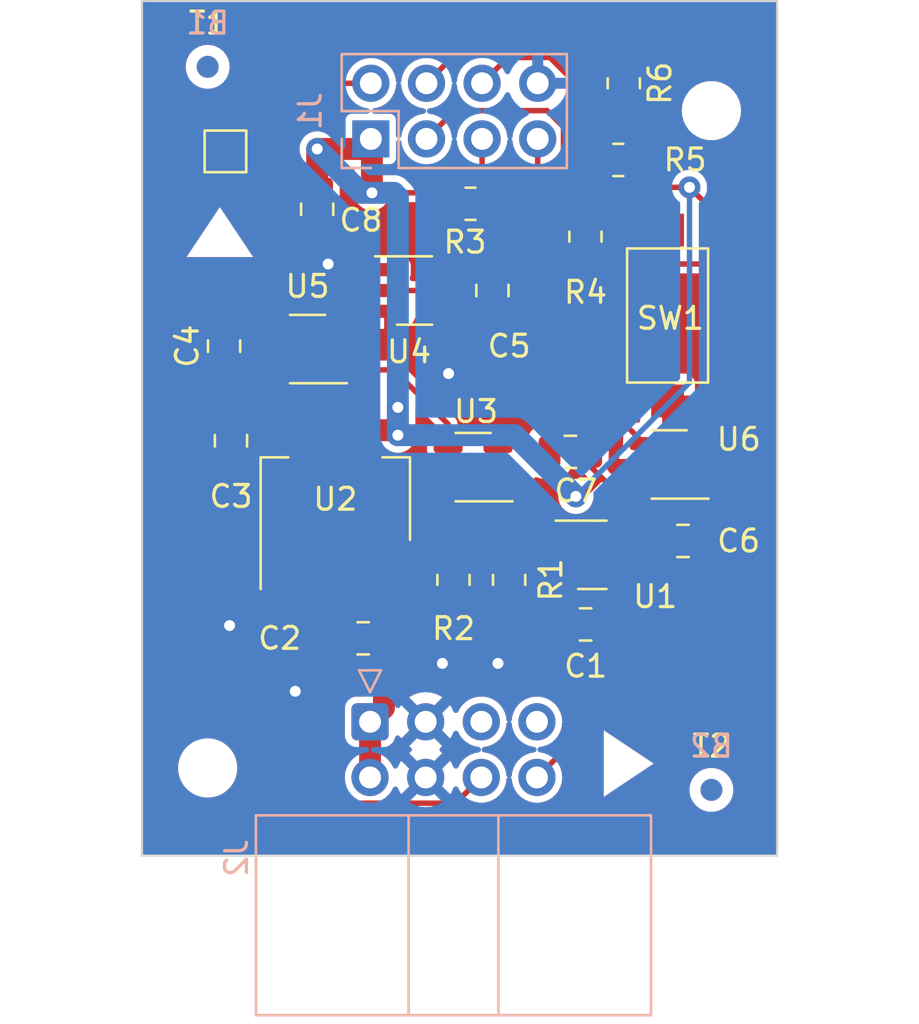
<source format=kicad_pcb>
(kicad_pcb (version 20221018) (generator pcbnew)
  (layers (0 "F.Cu" signal) (31 "B.Cu" signal) (34 "B.Paste" user) (35 "F.Paste" user) (36 "B.SilkS" user "B.Silkscreen") (37 "F.SilkS" user "F.Silkscreen") (38 "B.Mask" user) (39 "F.Mask" user) (44 "Edge.Cuts" user))
  (net 0 "")
  (net 1 "Net-(U1-REF)")
  (net 2 "GND")
  (net 3 "+5V")
  (net 4 "+3.3V")
  (net 5 "TX_ESP")
  (net 6 "Net-(J1-Pin_3)")
  (net 7 "Net-(J1-Pin_4)")
  (net 8 "Net-(J1-Pin_5)")
  (net 9 "Net-(J1-Pin_6)")
  (net 10 "RX_ESP")
  (net 12 "TX_C")
  (net 14 "RX_C")
  (net 15 "Net-(U1-K)")
  (net 17 "S_EN")
  (net 18 "RX_C_3.3")
  (footprint "Package_TO_SOT_SMD:SOT-223-3_TabPin2" (layer "F.Cu") (at 8.829 22.733 90)
    (fp_text reference "U2" (at 0 0 180) (layer "F.SilkS"))
    (fp_text value "AMS1117-3.3")
    (fp_line (start -4.1 -3.41) (end 1.91 -3.41) (stroke (width 0.12)) (layer "F.SilkS"))
    (fp_line (start -1.85 3.41) (end 1.91 3.41) (stroke (width 0.12)) (layer "F.SilkS"))
    (fp_line (start 1.91 -3.41) (end 1.91 -2.15) (stroke (width 0.12)) (layer "F.SilkS"))
    (fp_line (start 1.91 3.41) (end 1.91 2.15) (stroke (width 0.12)) (layer "F.SilkS"))
    (pad "1" smd rect (at -3.15 -2.3 90) (size 2 1.5) (layers "F.Cu" "F.Paste" "F.Mask") (net 2 "GND"))
    (pad "2" smd rect (at -3.15 0 90) (size 2 1.5) (layers "F.Cu" "F.Paste" "F.Mask") (net 4 "+3.3V"))
    (pad "2" smd rect (at 3.15 0 90) (size 2 3.8) (layers "F.Cu" "F.Paste" "F.Mask") (net 4 "+3.3V"))
    (pad "3" smd rect (at -3.15 2.3 90) (size 2 1.5) (layers "F.Cu" "F.Paste" "F.Mask") (net 3 "+5V"))
  )
  (footprint "Fiducial:Fiducial_1mm_Mask2mm" (layer "F.Cu") (at 26 36)
    (fp_text reference "T2" (at 0 -2) (layer "F.SilkS"))
    (fp_text value "Fiducial_1mm_Mask2mm")
    (pad "" smd circle (at 0 0) (size 1 1) (layers "F.Cu" "F.Mask") (clearance 0.5))
  )
  (footprint "Package_TO_SOT_SMD:SOT-23-5" (layer "F.Cu") (at 12.446 13.208)
    (fp_text reference "U4" (at -0.254 2.794 180) (layer "F.SilkS"))
    (fp_text value "SN74LVC1G126DBVR")
    (fp_line (start 0 -1.56) (end -1.8 -1.56) (stroke (width 0.12)) (layer "F.SilkS"))
    (fp_line (start 0 -1.56) (end 0.8 -1.56) (stroke (width 0.12)) (layer "F.SilkS"))
    (fp_line (start 0 1.56) (end -0.8 1.56) (stroke (width 0.12)) (layer "F.SilkS"))
    (fp_line (start 0 1.56) (end 0.8 1.56) (stroke (width 0.12)) (layer "F.SilkS"))
    (pad "1" smd roundrect (at -1.1375 -0.95) (size 1.325 0.6) (layers "F.Cu" "F.Paste" "F.Mask") (net 17 "S_EN"))
    (pad "2" smd roundrect (at -1.1375 0) (size 1.325 0.6) (layers "F.Cu" "F.Paste" "F.Mask") (net 5 "TX_ESP"))
    (pad "3" smd roundrect (at -1.1375 0.95) (size 1.325 0.6) (layers "F.Cu" "F.Paste" "F.Mask") (net 2 "GND"))
    (pad "4" smd roundrect (at 1.1375 0.95) (size 1.325 0.6) (layers "F.Cu" "F.Paste" "F.Mask") (net 18 "RX_C_3.3"))
    (pad "5" smd roundrect (at 1.1375 -0.95) (size 1.325 0.6) (layers "F.Cu" "F.Paste" "F.Mask") (net 4 "+3.3V"))
  )
  (footprint "Package_TO_SOT_SMD:SOT-23-6" (layer "F.Cu") (at 24.069 21.148 180)
    (fp_text reference "U6" (at -3.181 1.148) (layer "F.SilkS"))
    (fp_text value "SN74LVC1T45DBVR")
    (fp_line (start 0 -1.56) (end -1.8 -1.56) (stroke (width 0.12)) (layer "F.SilkS"))
    (fp_line (start 0 -1.56) (end 0.8 -1.56) (stroke (width 0.12)) (layer "F.SilkS"))
    (fp_line (start 0 1.56) (end -0.8 1.56) (stroke (width 0.12)) (layer "F.SilkS"))
    (fp_line (start 0 1.56) (end 0.8 1.56) (stroke (width 0.12)) (layer "F.SilkS"))
    (pad "1" smd roundrect (at -1.1375 -0.95 180) (size 1.325 0.6) (layers "F.Cu" "F.Paste" "F.Mask") (net 3 "+5V"))
    (pad "2" smd roundrect (at -1.1375 0 180) (size 1.325 0.6) (layers "F.Cu" "F.Paste" "F.Mask") (net 2 "GND"))
    (pad "3" smd roundrect (at -1.1375 0.95 180) (size 1.325 0.6) (layers "F.Cu" "F.Paste" "F.Mask") (net 14 "RX_C"))
    (pad "4" smd roundrect (at 1.1375 0.95 180) (size 1.325 0.6) (layers "F.Cu" "F.Paste" "F.Mask") (net 18 "RX_C_3.3"))
    (pad "5" smd roundrect (at 1.1375 0 180) (size 1.325 0.6) (layers "F.Cu" "F.Paste" "F.Mask") (net 2 "GND"))
    (pad "6" smd roundrect (at 1.1375 -0.95 180) (size 1.325 0.6) (layers "F.Cu" "F.Paste" "F.Mask") (net 4 "+3.3V"))
  )
  (footprint "Fiducial:Fiducial_1mm_Mask2mm" (layer "F.Cu") (at 3 3)
    (fp_text reference "T1" (at 0 -2) (layer "F.SilkS"))
    (fp_text value "Fiducial_1mm_Mask2mm")
    (pad "" smd circle (at 0 0) (size 1 1) (layers "F.Cu" "F.Mask") (clearance 0.5))
  )
  (footprint "Capacitor_SMD:C_0805_2012Metric" (layer "F.Cu") (at 8 9.5 -90)
    (fp_text reference "C8" (at 0.5 -2 -180) (layer "F.SilkS"))
    (fp_text value "10u")
    (fp_line (start -0.261252 -0.735) (end 0.261252 -0.735) (stroke (width 0.12)) (layer "F.SilkS"))
    (fp_line (start -0.261252 0.735) (end 0.261252 0.735) (stroke (width 0.12)) (layer "F.SilkS"))
    (pad "1" smd roundrect (at -0.95 0 270) (size 1 1.45) (layers "F.Cu" "F.Paste" "F.Mask") (net 4 "+3.3V"))
    (pad "2" smd roundrect (at 0.95 0 270) (size 1 1.45) (layers "F.Cu" "F.Paste" "F.Mask") (net 2 "GND"))
  )
  (footprint "Package_TO_SOT_SMD:SOT-23" (layer "F.Cu") (at 20.5615 25.273)
    (fp_text reference "U1" (at 2.8725 1.905) (layer "F.SilkS"))
    (fp_text value "TL431DBZ")
    (fp_line (start 0 -1.56) (end -1.675 -1.56) (stroke (width 0.12)) (layer "F.SilkS"))
    (fp_line (start 0 -1.56) (end 0.65 -1.56) (stroke (width 0.12)) (layer "F.SilkS"))
    (fp_line (start 0 1.56) (end -0.65 1.56) (stroke (width 0.12)) (layer "F.SilkS"))
    (fp_line (start 0 1.56) (end 0.65 1.56) (stroke (width 0.12)) (layer "F.SilkS"))
    (pad "1" smd roundrect (at -0.9375 -0.95) (size 1.475 0.6) (layers "F.Cu" "F.Paste" "F.Mask") (net 15 "Net-(U1-K)"))
    (pad "2" smd roundrect (at -0.9375 0.95) (size 1.475 0.6) (layers "F.Cu" "F.Paste" "F.Mask") (net 1 "Net-(U1-REF)"))
    (pad "3" smd roundrect (at 0.9375 0) (size 1.475 0.6) (layers "F.Cu" "F.Paste" "F.Mask") (net 2 "GND"))
  )
  (footprint "Capacitor_SMD:C_0805_2012Metric" (layer "F.Cu") (at 3.749 15.748 90)
    (fp_text reference "C4" (at 0 -1.68 90) (layer "F.SilkS"))
    (fp_text value "0.1u")
    (fp_line (start -0.261252 -0.735) (end 0.261252 -0.735) (stroke (width 0.12)) (layer "F.SilkS"))
    (fp_line (start -0.261252 0.735) (end 0.261252 0.735) (stroke (width 0.12)) (layer "F.SilkS"))
    (pad "1" smd roundrect (at -0.95 0 90) (size 1 1.45) (layers "F.Cu" "F.Paste" "F.Mask") (net 4 "+3.3V"))
    (pad "2" smd roundrect (at 0.95 0 90) (size 1 1.45) (layers "F.Cu" "F.Paste" "F.Mask") (net 2 "GND"))
  )
  (footprint "Capacitor_SMD:C_0805_2012Metric" (layer "F.Cu") (at 20.259 28.448)
    (fp_text reference "C1" (at 0 1.905) (layer "F.SilkS"))
    (fp_text value "10u")
    (fp_line (start -0.261252 -0.735) (end 0.261252 -0.735) (stroke (width 0.12)) (layer "F.SilkS"))
    (fp_line (start -0.261252 0.735) (end 0.261252 0.735) (stroke (width 0.12)) (layer "F.SilkS"))
    (pad "1" smd roundrect (at -0.95 0) (size 1 1.45) (layers "F.Cu" "F.Paste" "F.Mask") (net 1 "Net-(U1-REF)"))
    (pad "2" smd roundrect (at 0.95 0) (size 1 1.45) (layers "F.Cu" "F.Paste" "F.Mask") (net 2 "GND"))
  )
  (footprint "Package_TO_SOT_SMD:SOT-23-5" (layer "F.Cu") (at 7.559 15.8805 180)
    (fp_text reference "U5" (at 0 2.86 180) (layer "F.SilkS"))
    (fp_text value "SN74LVC1G126DBVR")
    (fp_line (start 0 -1.56) (end -1.8 -1.56) (stroke (width 0.12)) (layer "F.SilkS"))
    (fp_line (start 0 -1.56) (end 0.8 -1.56) (stroke (width 0.12)) (layer "F.SilkS"))
    (fp_line (start 0 1.56) (end -0.8 1.56) (stroke (width 0.12)) (layer "F.SilkS"))
    (fp_line (start 0 1.56) (end 0.8 1.56) (stroke (width 0.12)) (layer "F.SilkS"))
    (pad "1" smd roundrect (at -1.1375 -0.95 180) (size 1.325 0.6) (layers "F.Cu" "F.Paste" "F.Mask") (net 17 "S_EN"))
    (pad "2" smd roundrect (at -1.1375 0 180) (size 1.325 0.6) (layers "F.Cu" "F.Paste" "F.Mask") (net 12 "TX_C"))
    (pad "3" smd roundrect (at -1.1375 0.95 180) (size 1.325 0.6) (layers "F.Cu" "F.Paste" "F.Mask") (net 2 "GND"))
    (pad "4" smd roundrect (at 1.1375 0.95 180) (size 1.325 0.6) (layers "F.Cu" "F.Paste" "F.Mask") (net 10 "RX_ESP"))
    (pad "5" smd roundrect (at 1.1375 -0.95 180) (size 1.325 0.6) (layers "F.Cu" "F.Paste" "F.Mask") (net 4 "+3.3V"))
  )
  (footprint "MountingHole:MountingHole_2.2mm_M2" (layer "F.Cu") (at 26 5)
    (fp_text reference "REF**" hide)
    (fp_text value "MountingHole_2.2mm_M2")
    (pad "" np_thru_hole circle (at 0 0) (size 2.2 2.2) (drill 2.2) (layers "*.Cu" "*.Mask"))
  )
  (footprint "Capacitor_SMD:C_0805_2012Metric" (layer "F.Cu") (at 16.002 13.208 -90)
    (fp_text reference "C5" (at 2.54 -0.762 -180) (layer "F.SilkS"))
    (fp_text value "0.1u")
    (fp_line (start -0.261252 -0.735) (end 0.261252 -0.735) (stroke (width 0.12)) (layer "F.SilkS"))
    (fp_line (start -0.261252 0.735) (end 0.261252 0.735) (stroke (width 0.12)) (layer "F.SilkS"))
    (pad "1" smd roundrect (at -0.95 0 270) (size 1 1.45) (layers "F.Cu" "F.Paste" "F.Mask") (net 4 "+3.3V"))
    (pad "2" smd roundrect (at 0.95 0 270) (size 1 1.45) (layers "F.Cu" "F.Paste" "F.Mask") (net 2 "GND"))
  )
  (footprint "MountingHole:MountingHole_2.2mm_M2" (layer "F.Cu") (at 3 35)
    (fp_text reference "REF**" hide)
    (fp_text value "MountingHole_2.2mm_M2")
    (pad "" np_thru_hole circle (at 0 0) (size 2.2 2.2) (drill 2.2) (layers "*.Cu" "*.Mask"))
  )
  (footprint "Capacitor_SMD:C_0805_2012Metric" (layer "F.Cu") (at 10.099 29.083 180)
    (fp_text reference "C2" (at 3.81 0) (layer "F.SilkS"))
    (fp_text value "10u")
    (fp_line (start -0.261252 -0.735) (end 0.261252 -0.735) (stroke (width 0.12)) (layer "F.SilkS"))
    (fp_line (start -0.261252 0.735) (end 0.261252 0.735) (stroke (width 0.12)) (layer "F.SilkS"))
    (pad "1" smd roundrect (at -0.95 0 180) (size 1 1.45) (layers "F.Cu" "F.Paste" "F.Mask") (net 3 "+5V"))
    (pad "2" smd roundrect (at 0.95 0 180) (size 1 1.45) (layers "F.Cu" "F.Paste" "F.Mask") (net 2 "GND"))
  )
  (footprint "Resistor_SMD:R_0805_2012Metric" (layer "F.Cu") (at 14.224 26.416 90)
    (fp_text reference "R2" (at -2.225 0) (layer "F.SilkS"))
    (fp_text value "5k")
    (fp_line (start -0.227064 -0.735) (end 0.227064 -0.735) (stroke (width 0.12)) (layer "F.SilkS"))
    (fp_line (start -0.227064 0.735) (end 0.227064 0.735) (stroke (width 0.12)) (layer "F.SilkS"))
    (pad "1" smd roundrect (at -0.9125 0 90) (size 1.025 1.4) (layers "F.Cu" "F.Paste" "F.Mask") (roundrect_rratio 0.243902439) (net 3 "+5V"))
    (pad "2" smd roundrect (at 0.9125 0 90) (size 1.025 1.4) (layers "F.Cu" "F.Paste" "F.Mask") (roundrect_rratio 0.243902439) (net 15 "Net-(U1-K)"))
  )
  (footprint "Capacitor_SMD:C_0805_2012Metric" (layer "F.Cu") (at 19.558 20.574 180)
    (fp_text reference "C7" (at -0.254 -1.778 180) (layer "F.SilkS"))
    (fp_text value "0.1u")
    (fp_line (start -0.261252 -0.735) (end 0.261252 -0.735) (stroke (width 0.12)) (layer "F.SilkS"))
    (fp_line (start -0.261252 0.735) (end 0.261252 0.735) (stroke (width 0.12)) (layer "F.SilkS"))
    (pad "1" smd roundrect (at -0.95 0 180) (size 1 1.45) (layers "F.Cu" "F.Paste" "F.Mask") (net 4 "+3.3V"))
    (pad "2" smd roundrect (at 0.95 0 180) (size 1 1.45) (layers "F.Cu" "F.Paste" "F.Mask") (net 2 "GND"))
  )
  (footprint "Resistor_SMD:R_0805_2012Metric" (layer "F.Cu") (at 22 3.75 -90)
    (fp_text reference "R6" (at 0 -1.65 90) (layer "F.SilkS"))
    (fp_text value "10k")
    (fp_line (start -0.227064 -0.735) (end 0.227064 -0.735) (stroke (width 0.12)) (layer "F.SilkS"))
    (fp_line (start -0.227064 0.735) (end 0.227064 0.735) (stroke (width 0.12)) (layer "F.SilkS"))
    (pad "1" smd roundrect (at -0.9125 0 270) (size 1.025 1.4) (layers "F.Cu" "F.Paste" "F.Mask") (roundrect_rratio 0.243902439) (net 7 "Net-(J1-Pin_4)"))
    (pad "2" smd roundrect (at 0.9125 0 270) (size 1.025 1.4) (layers "F.Cu" "F.Paste" "F.Mask") (roundrect_rratio 0.243902439) (net 4 "+3.3V"))
  )
  (footprint "Resistor_SMD:R_0805_2012Metric" (layer "F.Cu") (at 20.25 10.75 90)
    (fp_text reference "R4" (at -2.54 0) (layer "F.SilkS"))
    (fp_text value "10k")
    (fp_line (start -0.227064 -0.735) (end 0.227064 -0.735) (stroke (width 0.12)) (layer "F.SilkS"))
    (fp_line (start -0.227064 0.735) (end 0.227064 0.735) (stroke (width 0.12)) (layer "F.SilkS"))
    (pad "1" smd roundrect (at -0.9125 0 90) (size 1.025 1.4) (layers "F.Cu" "F.Paste" "F.Mask") (roundrect_rratio 0.243902439) (net 4 "+3.3V"))
    (pad "2" smd roundrect (at 0.9125 0 90) (size 1.025 1.4) (layers "F.Cu" "F.Paste" "F.Mask") (roundrect_rratio 0.243902439) (net 6 "Net-(J1-Pin_3)"))
  )
  (footprint "Resistor_SMD:R_0805_2012Metric" (layer "F.Cu") (at 21.75 7.25)
    (fp_text reference "R5" (at 3.048 0) (layer "F.SilkS"))
    (fp_text value "10k")
    (fp_line (start -0.227064 -0.735) (end 0.227064 -0.735) (stroke (width 0.12)) (layer "F.SilkS"))
    (fp_line (start -0.227064 0.735) (end 0.227064 0.735) (stroke (width 0.12)) (layer "F.SilkS"))
    (pad "1" smd roundrect (at -0.9125 0) (size 1.025 1.4) (layers "F.Cu" "F.Paste" "F.Mask") (roundrect_rratio 0.243902439) (net 9 "Net-(J1-Pin_6)"))
    (pad "2" smd roundrect (at 0.9125 0) (size 1.025 1.4) (layers "F.Cu" "F.Paste" "F.Mask") (roundrect_rratio 0.243902439) (net 4 "+3.3V"))
  )
  (footprint "Capacitor_SMD:C_0805_2012Metric" (layer "F.Cu") (at 24.704 24.638 180)
    (fp_text reference "C6" (at -2.54 0 180) (layer "F.SilkS"))
    (fp_text value "0.1u")
    (fp_line (start -0.261252 -0.735) (end 0.261252 -0.735) (stroke (width 0.12)) (layer "F.SilkS"))
    (fp_line (start -0.261252 0.735) (end 0.261252 0.735) (stroke (width 0.12)) (layer "F.SilkS"))
    (pad "1" smd roundrect (at -0.95 0 180) (size 1 1.45) (layers "F.Cu" "F.Paste" "F.Mask") (net 3 "+5V"))
    (pad "2" smd roundrect (at 0.95 0 180) (size 1 1.45) (layers "F.Cu" "F.Paste" "F.Mask") (net 2 "GND"))
  )
  (footprint "Button_Switch_SMD:SW_SPST_CK_RS282G05A3" (layer "F.Cu") (at 24 14.35 90)
    (fp_text reference "SW1" (at -0.127 0.127) (layer "F.SilkS"))
    (fp_text value "RESET")
    (fp_line (start -3.06 -1.85) (end 3.06 -1.85) (stroke (width 0.12)) (layer "F.SilkS"))
    (fp_line (start -3.06 1.85) (end -3.06 -1.85) (stroke (width 0.12)) (layer "F.SilkS"))
    (fp_line (start 3.06 -1.85) (end 3.06 1.85) (stroke (width 0.12)) (layer "F.SilkS"))
    (fp_line (start 3.06 1.85) (end -3.06 1.85) (stroke (width 0.12)) (layer "F.SilkS"))
    (pad "1" smd rect (at -3.9 0 90) (size 1.5 1.5) (layers "F.Cu" "F.Paste" "F.Mask") (net 2 "GND"))
    (pad "2" smd rect (at 3.9 0 90) (size 1.5 1.5) (layers "F.Cu" "F.Paste" "F.Mask") (net 6 "Net-(J1-Pin_3)"))
  )
  (footprint "Resistor_SMD:R_0805_2012Metric" (layer "F.Cu") (at 15 9.25)
    (fp_text reference "R3" (at -0.25 1.75) (layer "F.SilkS"))
    (fp_text value "10k")
    (fp_line (start -0.227064 -0.735) (end 0.227064 -0.735) (stroke (width 0.12)) (layer "F.SilkS"))
    (fp_line (start -0.227064 0.735) (end 0.227064 0.735) (stroke (width 0.12)) (layer "F.SilkS"))
    (pad "1" smd roundrect (at -0.9125 0) (size 1.025 1.4) (layers "F.Cu" "F.Paste" "F.Mask") (roundrect_rratio 0.243902439) (net 4 "+3.3V"))
    (pad "2" smd roundrect (at 0.9125 0) (size 1.025 1.4) (layers "F.Cu" "F.Paste" "F.Mask") (roundrect_rratio 0.243902439) (net 8 "Net-(J1-Pin_5)"))
  )
  (footprint "Resistor_SMD:R_0805_2012Metric" (layer "F.Cu") (at 16.764 26.416 90)
    (fp_text reference "R1" (at 0 1.905 90) (layer "F.SilkS"))
    (fp_text value "300k")
    (fp_line (start -0.227064 -0.735) (end 0.227064 -0.735) (stroke (width 0.12)) (layer "F.SilkS"))
    (fp_line (start -0.227064 0.735) (end 0.227064 0.735) (stroke (width 0.12)) (layer "F.SilkS"))
    (pad "1" smd roundrect (at -0.9125 0 90) (size 1.025 1.4) (layers "F.Cu" "F.Paste" "F.Mask") (roundrect_rratio 0.243902439) (net 3 "+5V"))
    (pad "2" smd roundrect (at 0.9125 0 90) (size 1.025 1.4) (layers "F.Cu" "F.Paste" "F.Mask") (roundrect_rratio 0.243902439) (net 1 "Net-(U1-REF)"))
  )
  (footprint "TestPoint:TestPoint_Pad_1.5x1.5mm" (layer "F.Cu") (at 3.81 6.858)
    (fp_text reference "REF**" hide)
    (fp_text value "TestPoint_Pad_1.5x1.5mm")
    (fp_line (start -0.95 -0.95) (end 0.95 -0.95) (stroke (width 0.12)) (layer "F.SilkS"))
    (fp_line (start -0.95 0.95) (end -0.95 -0.95) (stroke (width 0.12)) (layer "F.SilkS"))
    (fp_line (start 0.95 -0.95) (end 0.95 0.95) (stroke (width 0.12)) (layer "F.SilkS"))
    (fp_line (start 0.95 0.95) (end -0.95 0.95) (stroke (width 0.12)) (layer "F.SilkS"))
    (pad "1" smd rect (at 0 0) (size 1.5 1.5) (layers "F.Cu" "F.Mask") (net 2 "GND"))
  )
  (footprint "Capacitor_SMD:C_0805_2012Metric" (layer "F.Cu") (at 4.064 20.066 -90)
    (fp_text reference "C3" (at 2.54 0) (layer "F.SilkS"))
    (fp_text value "10u")
    (fp_line (start -0.261252 -0.735) (end 0.261252 -0.735) (stroke (width 0.12)) (layer "F.SilkS"))
    (fp_line (start -0.261252 0.735) (end 0.261252 0.735) (stroke (width 0.12)) (layer "F.SilkS"))
    (pad "1" smd roundrect (at -0.95 0 270) (size 1 1.45) (layers "F.Cu" "F.Paste" "F.Mask") (net 4 "+3.3V"))
    (pad "2" smd roundrect (at 0.95 0 270) (size 1 1.45) (layers "F.Cu" "F.Paste" "F.Mask") (net 2 "GND"))
  )
  (footprint "Package_TO_SOT_SMD:SOT-23-5" (layer "F.Cu") (at 15.1185 21.27 180)
    (fp_text reference "U3" (at -0.1325 2.54) (layer "F.SilkS"))
    (fp_text value "SN74AHC1G04DBVR")
    (fp_line (start 0 -1.56) (end -1.8 -1.56) (stroke (width 0.12)) (layer "F.SilkS"))
    (fp_line (start 0 -1.56) (end 0.8 -1.56) (stroke (width 0.12)) (layer "F.SilkS"))
    (fp_line (start 0 1.56) (end -0.8 1.56) (stroke (width 0.12)) (layer "F.SilkS"))
    (fp_line (start 0 1.56) (end 0.8 1.56) (stroke (width 0.12)) (layer "F.SilkS"))
    (pad "1" smd roundrect (at -1.1375 -0.95 180) (size 1.325 0.6) (layers "F.Cu" "F.Paste" "F.Mask"))
    (pad "2" smd roundrect (at -1.1375 0 180) (size 1.325 0.6) (layers "F.Cu" "F.Paste" "F.Mask") (net 15 "Net-(U1-K)"))
    (pad "3" smd roundrect (at -1.1375 0.95 180) (size 1.325 0.6) (layers "F.Cu" "F.Paste" "F.Mask") (net 2 "GND"))
    (pad "4" smd roundrect (at 1.1375 0.95 180) (size 1.325 0.6) (layers "F.Cu" "F.Paste" "F.Mask") (net 17 "S_EN"))
    (pad "5" smd roundrect (at 1.1375 -0.95 180) (size 1.325 0.6) (layers "F.Cu" "F.Paste" "F.Mask") (net 3 "+5V"))
  )
  (footprint "Fiducial:Fiducial_1mm_Mask2mm" (layer "B.Cu") (at 3 3 180)
    (fp_text reference "B1" (at 0 2) (layer "B.SilkS") (effects (justify mirror)))
    (fp_text value "Fiducial_1mm_Mask2mm")
    (pad "" smd circle (at 0 0 180) (size 1 1) (layers "B.Cu" "B.Mask") (clearance 0.5))
  )
  (footprint "Fiducial:Fiducial_1mm_Mask2mm" (layer "B.Cu") (at 26 36 180)
    (fp_text reference "B2" (at 0 2) (layer "B.SilkS") (effects (justify mirror)))
    (fp_text value "Fiducial_1mm_Mask2mm")
    (pad "" smd circle (at 0 0 180) (size 1 1) (layers "B.Cu" "B.Mask") (clearance 0.5))
  )
  (footprint "Connector_IDC:IDC-Header_2x04_P2.54mm_Horizontal" (layer "B.Cu") (at 10.414 32.893 -90)
    (fp_text reference "J2" (at 6.215 6.1 90) (layer "B.SilkS") (effects (justify mirror)))
    (fp_text value "CTRL")
    (fp_line (start -2.35 -0.5) (end -1.35 0) (stroke (width 0.12)) (layer "B.SilkS"))
    (fp_line (start -2.35 0.5) (end -2.35 -0.5) (stroke (width 0.12)) (layer "B.SilkS"))
    (fp_line (start -1.35 0) (end -2.35 0.5) (stroke (width 0.12)) (layer "B.SilkS"))
    (fp_line (start 4.27 -12.83) (end 4.27 5.21) (stroke (width 0.12)) (layer "B.SilkS"))
    (fp_line (start 4.27 -5.86) (end 13.39 -5.86) (stroke (width 0.12)) (layer "B.SilkS"))
    (fp_line (start 4.27 -1.76) (end 13.39 -1.76) (stroke (width 0.12)) (layer "B.SilkS"))
    (fp_line (start 4.27 5.21) (end 13.39 5.21) (stroke (width 0.12)) (layer "B.SilkS"))
    (fp_line (start 13.39 -12.83) (end 4.27 -12.83) (stroke (width 0.12)) (layer "B.SilkS"))
    (fp_line (start 13.39 5.21) (end 13.39 -12.83) (stroke (width 0.12)) (layer "B.SilkS"))
    (pad "1" thru_hole roundrect (at 0 0 270) (size 1.7 1.7) (drill 1) (layers "*.Cu" "*.Mask") (roundrect_rratio 0.1470588235) (net 3 "+5V"))
    (pad "2" thru_hole circle (at 2.54 0 270) (size 1.7 1.7) (drill 1) (layers "*.Cu" "*.Mask") (net 3 "+5V"))
    (pad "3" thru_hole circle (at 0 -2.54 270) (size 1.7 1.7) (drill 1) (layers "*.Cu" "*.Mask") (net 2 "GND"))
    (pad "4" thru_hole circle (at 2.54 -2.54 270) (size 1.7 1.7) (drill 1) (layers "*.Cu" "*.Mask") (net 2 "GND"))
    (pad "5" thru_hole circle (at 0 -5.08 270) (size 1.7 1.7) (drill 1) (layers "*.Cu" "*.Mask"))
    (pad "6" thru_hole circle (at 2.54 -5.08 270) (size 1.7 1.7) (drill 1) (layers "*.Cu" "*.Mask") (net 12 "TX_C"))
    (pad "7" thru_hole circle (at 0 -7.62 270) (size 1.7 1.7) (drill 1) (layers "*.Cu" "*.Mask"))
    (pad "8" thru_hole circle (at 2.54 -7.62 270) (size 1.7 1.7) (drill 1) (layers "*.Cu" "*.Mask") (net 14 "RX_C"))
  )
  (footprint "Connector_PinSocket_2.54mm:PinSocket_2x04_P2.54mm_Vertical" (layer "B.Cu") (at 10.45 6.29 -90)
    (fp_text reference "J1" (at -1.27 2.77 90) (layer "B.SilkS") (effects (justify mirror)))
    (fp_text value "ESP")
    (fp_line (start -3.87 -8.95) (end 1.33 -8.95) (stroke (width 0.12)) (layer "B.SilkS"))
    (fp_line (start -3.87 1.33) (end -3.87 -8.95) (stroke (width 0.12)) (layer "B.SilkS"))
    (fp_line (start -3.87 1.33) (end -1.27 1.33) (stroke (width 0.12)) (layer "B.SilkS"))
    (fp_line (start -1.27 -1.27) (end 1.33 -1.27) (stroke (width 0.12)) (layer "B.SilkS"))
    (fp_line (start -1.27 1.33) (end -1.27 -1.27) (stroke (width 0.12)) (layer "B.SilkS"))
    (fp_line (start 0 1.33) (end 1.33 1.33) (stroke (width 0.12)) (layer "B.SilkS"))
    (fp_line (start 1.33 -1.27) (end 1.33 -8.95) (stroke (width 0.12)) (layer "B.SilkS"))
    (fp_line (start 1.33 1.33) (end 1.33 0) (stroke (width 0.12)) (layer "B.SilkS"))
    (pad "1" thru_hole rect (at 0 0 270) (size 1.7 1.7) (drill 1) (layers "*.Cu" "*.Mask") (net 4 "+3.3V"))
    (pad "2" thru_hole oval (at -2.54 0 270) (size 1.7 1.7) (drill 1) (layers "*.Cu" "*.Mask") (net 10 "RX_ESP"))
    (pad "3" thru_hole oval (at 0 -2.54 270) (size 1.7 1.7) (drill 1) (layers "*.Cu" "*.Mask") (net 6 "Net-(J1-Pin_3)"))
    (pad "4" thru_hole oval (at -2.54 -2.54 270) (size 1.7 1.7) (drill 1) (layers "*.Cu" "*.Mask") (net 7 "Net-(J1-Pin_4)"))
    (pad "5" thru_hole oval (at 0 -5.08 270) (size 1.7 1.7) (drill 1) (layers "*.Cu" "*.Mask") (net 8 "Net-(J1-Pin_5)"))
    (pad "6" thru_hole oval (at -2.54 -5.08 270) (size 1.7 1.7) (drill 1) (layers "*.Cu" "*.Mask") (net 9 "Net-(J1-Pin_6)"))
    (pad "7" thru_hole oval (at 0 -7.62 270) (size 1.7 1.7) (drill 1) (layers "*.Cu" "*.Mask") (net 5 "TX_ESP"))
    (pad "8" thru_hole oval (at -2.54 -7.62 270) (size 1.7 1.7) (drill 1) (layers "*.Cu" "*.Mask") (net 2 "GND"))
  )
  (gr_line (start 0 0) (end 29 0) (stroke (width 0.1)) (layer "Edge.Cuts"))
  (gr_line (start 0 39) (end 0 0) (stroke (width 0.1)) (layer "Edge.Cuts"))
  (gr_line (start 29 39) (end 0 39) (stroke (width 0.1)) (layer "Edge.Cuts"))
  (gr_line (start 29 0) (end 29 39) (stroke (width 0.1)) (layer "Edge.Cuts"))
  (segment (start 19.624 28.133) (end 19.309 28.448) (width 0.25) (layer "F.Cu") (net 1))
  (segment (start 16.764 25.5035) (end 18.9045 25.5035) (width 0.25) (layer "F.Cu") (net 1))
  (segment (start 19.624 26.223) (end 19.624 28.133) (width 0.25) (layer "F.Cu") (net 1))
  (segment (start 18.9045 25.5035) (end 19.624 26.223) (width 0.25) (layer "F.Cu") (net 1))
  (segment (start 24.13 21.148) (end 25.2065 21.148) (width 0.25) (layer "F.Cu") (net 2))
  (segment (start 22.9315 21.148) (end 24.13 21.148) (width 0.25) (layer "F.Cu") (net 2))
  (via (at 13.716 30.226) (size 1) (drill 0.5) (layers "F.Cu" "B.Cu") (net 2))
  (via (at 16.256 30.226) (size 1) (drill 0.5) (layers "F.Cu" "B.Cu") (net 2))
  (via (at 14 17) (size 1) (drill 0.5) (layers "F.Cu" "B.Cu") (net 2))
  (via (at 4 28.5) (size 1) (drill 0.5) (layers "F.Cu" "B.Cu") (net 2))
  (via (at 8.5 12) (size 1) (drill 0.5) (layers "F.Cu" "B.Cu") (net 2))
  (via (at 7 31.5) (size 1) (drill 0.5) (layers "F.Cu" "B.Cu") (net 2))
  (segment (start 20.134 27.734827) (end 20.134 29.161173) (width 0.25) (layer "F.Cu") (net 3))
  (segment (start 14.224 27.3285) (end 13.341 27.3285) (width 0.25) (layer "F.Cu") (net 3))
  (segment (start 10.414 35.433) (end 10.414 32.893) (width 1) (layer "F.Cu") (net 3))
  (segment (start 11.049 32.258) (end 10.414 32.893) (width 1) (layer "F.Cu") (net 3))
  (segment (start 21.994749 23.368) (end 25.2065 23.368) (width 0.25) (layer "F.Cu") (net 3))
  (segment (start 25.2065 22.098) (end 25.2065 23.368) (width 0.25) (layer "F.Cu") (net 3))
  (segment (start 25.2065 24.1905) (end 25.654 24.638) (width 0.25) (layer "F.Cu") (net 3))
  (segment (start 19.797173 29.498) (end 18.820827 29.498) (width 0.25) (layer "F.Cu") (net 3))
  (segment (start 11.129 25.883) (end 11.8955 25.883) (width 0.25) (layer "F.Cu") (net 3))
  (segment (start 25.2065 23.368) (end 25.2065 24.1905) (width 0.25) (layer "F.Cu") (net 3))
  (segment (start 11.049 29.083) (end 11.049 25.963) (width 1) (layer "F.Cu") (net 3))
  (segment (start 20.333249 25.0295) (end 20.333249 25.522998) (width 0.25) (layer "F.Cu") (net 3))
  (segment (start 18.820827 29.498) (end 16.764 27.441173) (width 0.25) (layer "F.Cu") (net 3))
  (segment (start 13.341 27.3285) (end 11.8955 25.883) (width 0.25) (layer "F.Cu") (net 3))
  (segment (start 11.049 29.083) (end 11.049 32.258) (width 1) (layer "F.Cu") (net 3))
  (segment (start 20.333249 25.522998) (end 20.6865 25.876249) (width 0.25) (layer "F.Cu") (net 3))
  (segment (start 14.224 27.3285) (end 16.764 27.3285) (width 0.25) (layer "F.Cu") (net 3))
  (segment (start 11.049 25.963) (end 11.129 25.883) (width 1) (layer "F.Cu") (net 3))
  (segment (start 11.8955 25.883) (end 13.981 23.7975) (width 0.25) (layer "F.Cu") (net 3))
  (segment (start 20.6865 25.876249) (end 20.6865 27.182327) (width 0.25) (layer "F.Cu") (net 3))
  (segment (start 20.134 29.161173) (end 19.797173 29.498) (width 0.25) (layer "F.Cu") (net 3))
  (segment (start 20.333249 25.0295) (end 21.994749 23.368) (width 0.25) (layer "F.Cu") (net 3))
  (segment (start 13.981 22.22) (end 13.981 23.7975) (width 0.25) (layer "F.Cu") (net 3))
  (segment (start 16.764 27.441173) (end 16.764 27.3285) (width 0.25) (layer "F.Cu") (net 3))
  (segment (start 20.6865 27.182327) (end 20.134 27.734827) (width 0.25) (layer "F.Cu") (net 3))
  (segment (start 4.13 19.05) (end 8.296 19.05) (width 0.25) (layer "F.Cu") (net 4))
  (segment (start 22.6625 6.5) (end 22.6625 5.325) (width 0.25) (layer "F.Cu") (net 4))
  (segment (start 20.508 21.27) (end 20.994 21.756) (width 0.25) (layer "F.Cu") (net 4))
  (segment (start 8 6.75) (end 9.99 6.75) (width 1) (layer "F.Cu") (net 4))
  (segment (start 21.336 22.098) (end 22.9315 22.098) (width 0.25) (layer "F.Cu") (net 4))
  (segment (start 11.684 19.812) (end 11.684 18.542) (width 1) (layer "F.Cu") (net 4))
  (segment (start 7.75 7) (end 8 6.75) (width 0.25) (layer "F.Cu") (net 4))
  (segment (start 23.75 8.5) (end 22.6625 7.4125) (width 0.25) (layer "F.Cu") (net 4))
  (segment (start 19.812 22.606) (end 20.144 22.606) (width 0.25) (layer "F.Cu") (net 4))
  (segment (start 14.0875 9.25) (end 14.0875 11.754) (width 0.25) (layer "F.Cu") (net 4))
  (segment (start 20.144 22.606) (end 20.994 21.756) (width 0.25) (layer "F.Cu") (net 4))
  (segment (start 16.002 12.258) (end 13.5835 12.258) (width 0.25) (layer "F.Cu") (net 4))
  (segment (start 20.5875 12) (end 26 12) (width 0.25) (layer "F.Cu") (net 4))
  (segment (start 26 9.5) (end 25 8.5) (width 0.25) (layer "F.Cu") (net 4))
  (segment (start 22.6625 7.4125) (end 22.6625 6.5) (width 0.25) (layer "F.Cu") (net 4))
  (segment (start 10.5 6.34) (end 10.45 6.29) (width 1) (layer "F.Cu") (net 4))
  (segment (start 20.25 11.6625) (end 20.5875 12) (width 0.25) (layer "F.Cu") (net 4))
  (segment (start 8.296 19.05) (end 8.829 19.583) (width 0.25) (layer "F.Cu") (net 4))
  (segment (start 10.5 8.75) (end 10.5 6.34) (width 1) (layer "F.Cu") (net 4))
  (segment (start 20.508 20.574) (end 20.508 21.27) (width 0.25) (layer "F.Cu") (net 4))
  (segment (start 10.5 8.75) (end 13.5875 8.75) (width 0.25) (layer "F.Cu") (net 4))
  (segment (start 25 8.5) (end 23.75 8.5) (width 0.25) (layer "F.Cu") (net 4))
  (segment (start 13.5875 8.75) (end 14.0875 9.25) (width 0.25) (layer "F.Cu") (net 4))
  (segment (start 10.75 9) (end 10.5 8.75) (width 0.25) (layer "F.Cu") (net 4))
  (segment (start 3.749 16.698) (end 6.289 16.698) (width 0.25) (layer "F.Cu") (net 4))
  (segment (start 8.829 19.238) (end 6.4215 16.8305) (width 0.25) (layer "F.Cu") (net 4))
  (segment (start 8 6.75) (end 8 8.55) (width 1) (layer "F.Cu") (net 4))
  (segment (start 11.455 19.583) (end 11.684 19.812) (width 1) (layer "F.Cu") (net 4))
  (segment (start 20.994 21.756) (end 21.336 22.098) (width 0.25) (layer "F.Cu") (net 4))
  (segment (start 22.6625 5.325) (end 22 4.6625) (width 0.25) (layer "F.Cu") (net 4))
  (segment (start 14.0875 11.754) (end 13.5835 12.258) (width 0.25) (layer "F.Cu") (net 4))
  (segment (start 8.829 19.583) (end 11.455 19.583) (width 1) (layer "F.Cu") (net 4))
  (segment (start 26 12) (end 26 9.5) (width 0.25) (layer "F.Cu") (net 4))
  (segment (start 13.5835 12.258) (end 13.5835 12.0705) (width 0.25) (layer "F.Cu") (net 4))
  (segment (start 9.99 6.75) (end 10.45 6.29) (width 1) (layer "F.Cu") (net 4))
  (segment (start 8.829 19.583) (end 8.829 19.238) (width 0.25) (layer "F.Cu") (net 4))
  (segment (start 4.064 17.013) (end 3.749 16.698) (width 0.25) (layer "F.Cu") (net 4))
  (segment (start 6.289 16.698) (end 6.4215 16.8305) (width 0.25) (layer "F.Cu") (net 4))
  (segment (start 4.064 19.116) (end 4.13 19.05) (width 0.25) (layer "F.Cu") (net 4))
  (via (at 11.684 19.812) (size 1) (drill 0.5) (layers "F.Cu" "B.Cu") (net 4))
  (via (at 10.5 8.75) (size 1) (drill 0.5) (layers "F.Cu" "B.Cu") (net 4))
  (via (at 8 6.75) (size 1) (drill 0.5) (layers "F.Cu" "B.Cu") (net 4))
  (via (at 19.812 22.606) (size 1) (drill 0.5) (layers "F.Cu" "B.Cu") (net 4))
  (via (at 25 8.5) (size 1) (drill 0.5) (layers "F.Cu" "B.Cu") (net 4))
  (via (at 11.684 18.542) (size 1) (drill 0.5) (layers "F.Cu" "B.Cu") (net 4))
  (segment (start 25 17.418) (end 25 8.5) (width 0.25) (layer "B.Cu") (net 4))
  (segment (start 11.684 19.812) (end 17.018 19.812) (width 1) (layer "B.Cu") (net 4))
  (segment (start 10.5 8.75) (end 10 8.75) (width 1) (layer "B.Cu") (net 4))
  (segment (start 11.684 8.934) (end 11.5 8.75) (width 1) (layer "B.Cu") (net 4))
  (segment (start 17.018 19.812) (end 19.812 22.606) (width 1) (layer "B.Cu") (net 4))
  (segment (start 11.684 19.812) (end 11.684 8.934) (width 1) (layer "B.Cu") (net 4))
  (segment (start 10 8.75) (end 8 6.75) (width 1) (layer "B.Cu") (net 4))
  (segment (start 19.812 22.606) (end 25 17.418) (width 0.25) (layer "B.Cu") (net 4))
  (segment (start 11.5 8.75) (end 10.5 8.75) (width 1) (layer "B.Cu") (net 4))
  (segment (start 10.5 6.34) (end 10.45 6.29) (width 1) (layer "B.Cu") (net 4))
  (segment (start 16.590173 13.208) (end 18.07 11.728173) (width 0.25) (layer "F.Cu") (net 5))
  (segment (start 11.3085 13.208) (end 16.590173 13.208) (width 0.25) (layer "F.Cu") (net 5))
  (segment (start 18.07 11.728173) (end 18.07 6.29) (width 0.25) (layer "F.Cu") (net 5))
  (segment (start 11.3085 13.208) (end 10.924249 13.208) (width 0.25) (layer "F.Cu") (net 5))
  (segment (start 19.245 5.745) (end 19.245 8.8325) (width 0.25) (layer "F.Cu") (net 6))
  (segment (start 20.8625 10.45) (end 24 10.45) (width 0.25) (layer "F.Cu") (net 6))
  (segment (start 19.245 8.8325) (end 20.25 9.8375) (width 0.25) (layer "F.Cu") (net 6))
  (segment (start 14.28 5) (end 18.5 5) (width 0.25) (layer "F.Cu") (net 6))
  (segment (start 20.25 9.8375) (end 20.8625 10.45) (width 0.25) (layer "F.Cu") (net 6))
  (segment (start 18.5 5) (end 19.245 5.745) (width 0.25) (layer "F.Cu") (net 6))
  (segment (start 12.99 6.29) (end 14.28 5) (width 0.25) (layer "F.Cu") (net 6))
  (segment (start 21.25 2.8375) (end 20.4125 2) (width 0.25) (layer "F.Cu") (net 7))
  (segment (start 20.4125 2) (end 14.74 2) (width 0.25) (layer "F.Cu") (net 7))
  (segment (start 14.74 2) (end 12.99 3.75) (width 0.25) (layer "F.Cu") (net 7))
  (segment (start 15.9125 9.25) (end 15.53 8.8675) (width 0.25) (layer "F.Cu") (net 8))
  (segment (start 15.53 8.8675) (end 15.53 6.29) (width 0.25) (layer "F.Cu") (net 8))
  (segment (start 15.53 3.75) (end 16.705 2.575) (width 0.25) (layer "F.Cu") (net 9))
  (segment (start 20.225 6.6375) (end 20.8375 7.25) (width 0.25) (layer "F.Cu") (net 9))
  (segment (start 18.625 2.575) (end 20.225 4.175) (width 0.25) (layer "F.Cu") (net 9))
  (segment (start 16.705 2.575) (end 18.625 2.575) (width 0.25) (layer "F.Cu") (net 9))
  (segment (start 20.225 4.175) (end 20.225 6.6375) (width 0.25) (layer "F.Cu") (net 9))
  (segment (start 7.918 3.75) (end 6.2 5.468) (width 0.25) (layer "F.Cu") (net 10))
  (segment (start 6.2 14.709) (end 6.4215 14.9305) (width 0.25) (layer "F.Cu") (net 10))
  (segment (start 10.45 3.75) (end 7.918 3.75) (width 0.25) (layer "F.Cu") (net 10))
  (segment (start 6.2 5.468) (end 6.2 14.709) (width 0.25) (layer "F.Cu") (net 10))
  (segment (start 9.176 36.608) (end 2.379 29.811) (width 0.25) (layer "F.Cu") (net 12))
  (segment (start 2.379 29.811) (end 2.379 16.529827) (width 0.25) (layer "F.Cu") (net 12))
  (segment (start 8.689 15.873) (end 8.6965 15.8805) (width 0.25) (layer "F.Cu") (net 12))
  (segment (start 3.035827 15.873) (end 8.689 15.873) (width 0.25) (layer "F.Cu") (net 12))
  (segment (start 14.319 36.608) (end 9.176 36.608) (width 0.25) (layer "F.Cu") (net 12))
  (segment (start 2.379 16.529827) (end 3.035827 15.873) (width 0.25) (layer "F.Cu") (net 12))
  (segment (start 15.494 35.433) (end 14.319 36.608) (width 0.25) (layer "F.Cu") (net 12))
  (segment (start 26.479 21.086249) (end 26.479 26.988) (width 0.25) (layer "F.Cu") (net 14))
  (segment (start 26.479 26.988) (end 18.034 35.433) (width 0.25) (layer "F.Cu") (net 14))
  (segment (start 25.2065 20.198) (end 25.590751 20.198) (width 0.25) (layer "F.Cu") (net 14))
  (segment (start 25.590751 20.198) (end 26.479 21.086249) (width 0.25) (layer "F.Cu") (net 14))
  (segment (start 19.563 24.384) (end 19.624 24.323) (width 0.25) (layer "F.Cu") (net 15))
  (segment (start 15.3435 24.384) (end 18.034 24.384) (width 0.25) (layer "F.Cu") (net 15))
  (segment (start 16.256 21.27) (end 16.640251 21.27) (width 0.25) (layer "F.Cu") (net 15))
  (segment (start 16.640251 21.27) (end 18.034 22.663749) (width 0.25) (layer "F.Cu") (net 15))
  (segment (start 14.224 25.5035) (end 15.3435 24.384) (width 0.25) (layer "F.Cu") (net 15))
  (segment (start 18.034 22.663749) (end 18.034 24.384) (width 0.25) (layer "F.Cu") (net 15))
  (segment (start 18.034 24.384) (end 19.563 24.384) (width 0.25) (layer "F.Cu") (net 15))
  (segment (start 10.242 12.258) (end 10 12.5) (width 0.25) (layer "F.Cu") (net 17))
  (segment (start 11.3085 12.258) (end 11.692751 12.258) (width 0.25) (layer "F.Cu") (net 17))
  (segment (start 11.3085 12.258) (end 10.242 12.258) (width 0.25) (layer "F.Cu") (net 17))
  (segment (start 10 12.5) (end 10 16.75) (width 0.25) (layer "F.Cu") (net 17))
  (segment (start 13.981 20.32) (end 13.981 19.315) (width 0.25) (layer "F.Cu") (net 17))
  (segment (start 13.981 19.315) (end 11.4965 16.8305) (width 0.25) (layer "F.Cu") (net 17))
  (segment (start 8.6965 16.8305) (end 11.4965 16.8305) (width 0.25) (layer "F.Cu") (net 17))
  (segment (start 13.5835 14.158) (end 16.9515 17.526) (width 0.25) (layer "F.Cu") (net 18))
  (segment (start 16.9515 17.526) (end 20.2595 17.526) (width 0.25) (layer "F.Cu") (net 18))
  (segment (start 22.9315 20.198) (end 20.2595 17.526) (width 0.25) (layer "F.Cu") (net 18))
  (zone (net 0) (net_name "") (layers "F&B.Cu") (connect_pads (clearance 0)) (min_thickness 0.25)
    (keepout (tracks not_allowed) (vias not_allowed) (pads not_allowed) (copperpour not_allowed) (footprints allowed))
    (fill (thermal_gap 0.5) (thermal_bridge_width 0.5))
    (polygon (pts (xy 3.556 9.398) (xy 2.032 11.684) (xy 5.08 11.684)))
  )
  (zone (net 0) (net_name "") (layers "F&B.Cu") (connect_pads (clearance 0)) (min_thickness 0.25)
    (keepout (tracks not_allowed) (vias not_allowed) (pads not_allowed) (copperpour not_allowed) (footprints allowed))
    (fill (thermal_gap 0.5) (thermal_bridge_width 0.5))
    (polygon (pts (xy 23.368 34.798) (xy 21.082 33.274) (xy 21.082 36.322)))
  )
  (zone (net 2) (net_name "GND") (layers "F&B.Cu") (connect_pads (clearance 0.3)) (min_thickness 0.25) (fill yes (thermal_gap 0.5) (thermal_bridge_width 0.5))
    (polygon (pts (xy 0 0) (xy 29 0) (xy 29 39) (xy 0 39)))
  )
)
</source>
